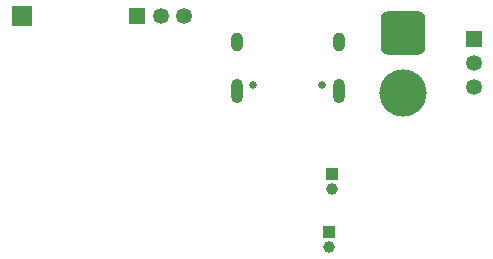
<source format=gbr>
%TF.GenerationSoftware,KiCad,Pcbnew,9.0.3*%
%TF.CreationDate,2025-08-07T15:13:13-05:00*%
%TF.ProjectId,Battle_Bot_Mind,42617474-6c65-45f4-926f-745f4d696e64,rev?*%
%TF.SameCoordinates,Original*%
%TF.FileFunction,Soldermask,Bot*%
%TF.FilePolarity,Negative*%
%FSLAX46Y46*%
G04 Gerber Fmt 4.6, Leading zero omitted, Abs format (unit mm)*
G04 Created by KiCad (PCBNEW 9.0.3) date 2025-08-07 15:13:13*
%MOMM*%
%LPD*%
G01*
G04 APERTURE LIST*
G04 Aperture macros list*
%AMRoundRect*
0 Rectangle with rounded corners*
0 $1 Rounding radius*
0 $2 $3 $4 $5 $6 $7 $8 $9 X,Y pos of 4 corners*
0 Add a 4 corners polygon primitive as box body*
4,1,4,$2,$3,$4,$5,$6,$7,$8,$9,$2,$3,0*
0 Add four circle primitives for the rounded corners*
1,1,$1+$1,$2,$3*
1,1,$1+$1,$4,$5*
1,1,$1+$1,$6,$7*
1,1,$1+$1,$8,$9*
0 Add four rect primitives between the rounded corners*
20,1,$1+$1,$2,$3,$4,$5,0*
20,1,$1+$1,$4,$5,$6,$7,0*
20,1,$1+$1,$6,$7,$8,$9,0*
20,1,$1+$1,$8,$9,$2,$3,0*%
G04 Aperture macros list end*
%ADD10RoundRect,0.760000X-1.140000X1.140000X-1.140000X-1.140000X1.140000X-1.140000X1.140000X1.140000X0*%
%ADD11C,4.000000*%
%ADD12R,1.700000X1.700000*%
%ADD13R,1.350000X1.350000*%
%ADD14C,1.350000*%
%ADD15R,1.000000X1.000000*%
%ADD16C,1.000000*%
%ADD17C,0.650000*%
%ADD18O,1.000000X2.100000*%
%ADD19O,1.000000X1.600000*%
G04 APERTURE END LIST*
D10*
%TO.C,J2*%
X142750000Y-73750000D03*
D11*
X142750000Y-78750000D03*
%TD*%
D12*
%TO.C,J4*%
X110500000Y-72250000D03*
%TD*%
D13*
%TO.C,DBG1*%
X120250000Y-72250000D03*
D14*
X122250000Y-72250000D03*
X124250000Y-72250000D03*
%TD*%
D15*
%TO.C,M2*%
X136500000Y-90550000D03*
D16*
X136500000Y-91820000D03*
%TD*%
D17*
%TO.C,J1*%
X135890000Y-78100000D03*
X130110000Y-78100000D03*
D18*
X137320000Y-78630000D03*
D19*
X137320000Y-74450000D03*
D18*
X128680000Y-78630000D03*
D19*
X128680000Y-74450000D03*
%TD*%
D15*
%TO.C,M1*%
X136800000Y-85625000D03*
D16*
X136800000Y-86895000D03*
%TD*%
D13*
%TO.C,J3*%
X148750000Y-74250000D03*
D14*
X148750000Y-76250000D03*
X148750000Y-78250000D03*
%TD*%
M02*

</source>
